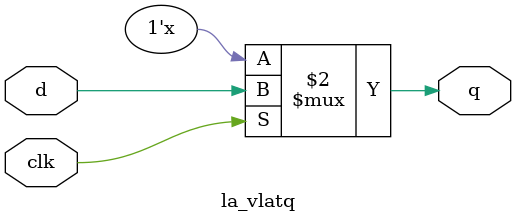
<source format=v>

module la_vlatq #(parameter W = 1,    // width of mux
                  parameter PROP = "" // cell property
                  )
   (
    input [W-1:0]      d,
    input              clk,
    output reg [W-1:0] q
    );

   always @ (clk or d)
     if (clk)
       q <= d;

endmodule

</source>
